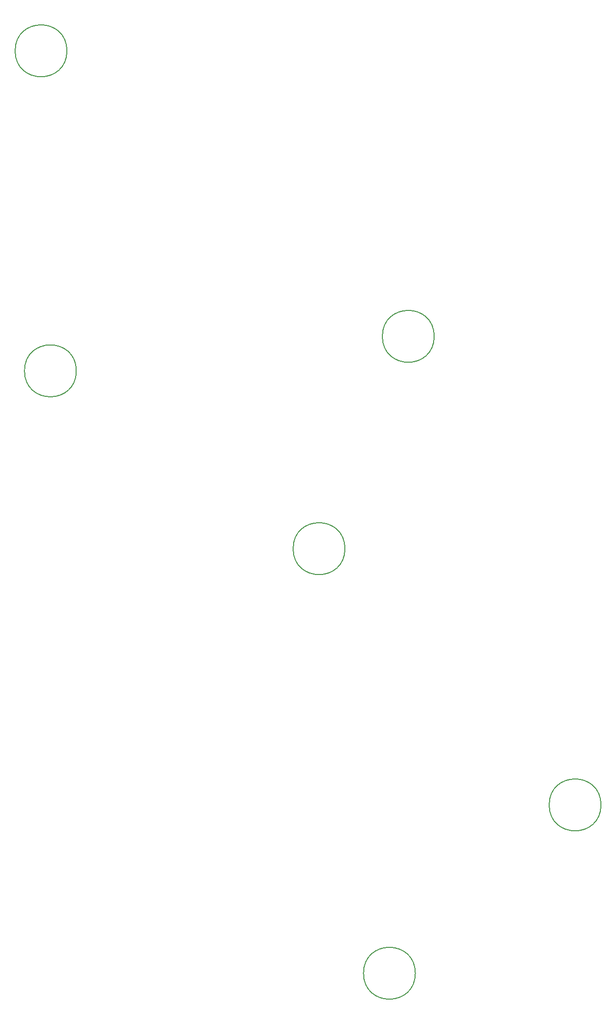
<source format=gbr>
%TF.GenerationSoftware,KiCad,Pcbnew,(6.0.9)*%
%TF.CreationDate,2023-03-29T20:10:42-08:00*%
%TF.ProjectId,ECM DISP PANEL,45434d20-4449-4535-9020-50414e454c2e,3*%
%TF.SameCoordinates,Original*%
%TF.FileFunction,Other,Comment*%
%FSLAX46Y46*%
G04 Gerber Fmt 4.6, Leading zero omitted, Abs format (unit mm)*
G04 Created by KiCad (PCBNEW (6.0.9)) date 2023-03-29 20:10:42*
%MOMM*%
%LPD*%
G01*
G04 APERTURE LIST*
%ADD10C,0.150000*%
G04 APERTURE END LIST*
D10*
%TO.C,H1*%
X55477800Y-69748400D02*
G75*
G03*
X55477800Y-69748400I-4500000J0D01*
G01*
%TO.C,H2*%
X53850573Y-14232522D02*
G75*
G03*
X53850573Y-14232522I-4500000J0D01*
G01*
%TO.C,H4*%
X102110573Y-100592522D02*
G75*
G03*
X102110573Y-100592522I-4500000J0D01*
G01*
%TO.C,H5*%
X114329600Y-174244000D02*
G75*
G03*
X114329600Y-174244000I-4500000J0D01*
G01*
%TO.C,H6*%
X146560572Y-145042522D02*
G75*
G03*
X146560572Y-145042522I-4500000J0D01*
G01*
%TO.C,H3*%
X117604572Y-63762522D02*
G75*
G03*
X117604572Y-63762522I-4500000J0D01*
G01*
%TD*%
M02*

</source>
